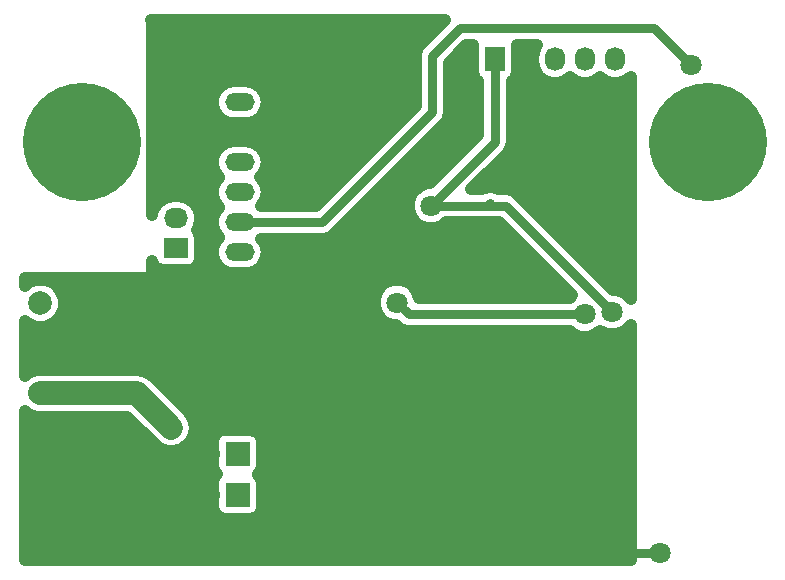
<source format=gbr>
G04 #@! TF.FileFunction,Copper,L2,Bot,Signal*
%FSLAX46Y46*%
G04 Gerber Fmt 4.6, Leading zero omitted, Abs format (unit mm)*
G04 Created by KiCad (PCBNEW 4.0.6) date Saturday, 10 September 2022 'PMt' 16:36:59*
%MOMM*%
%LPD*%
G01*
G04 APERTURE LIST*
%ADD10C,0.100000*%
%ADD11R,2.032000X1.727200*%
%ADD12O,2.032000X1.727200*%
%ADD13R,2.032000X2.032000*%
%ADD14O,2.032000X2.032000*%
%ADD15R,1.727200X2.032000*%
%ADD16O,1.727200X2.032000*%
%ADD17O,2.500000X1.524000*%
%ADD18C,10.000000*%
%ADD19C,1.998980*%
%ADD20C,1.800000*%
%ADD21C,0.800000*%
%ADD22C,2.000000*%
%ADD23C,1.000000*%
G04 APERTURE END LIST*
D10*
D11*
X14100000Y27700000D03*
D12*
X14100000Y30240000D03*
X14100000Y32780000D03*
D13*
X19300000Y10300000D03*
D14*
X16760000Y10300000D03*
D13*
X19300000Y6800000D03*
D14*
X16760000Y6800000D03*
D15*
X41100000Y43700000D03*
D16*
X43640000Y43700000D03*
X46180000Y43700000D03*
X48720000Y43700000D03*
X51260000Y43700000D03*
D17*
X19480000Y34970000D03*
X19480000Y37510000D03*
X19480000Y40050000D03*
X19480000Y32430000D03*
X19480000Y29890000D03*
X19480000Y27350000D03*
D18*
X6100000Y36700000D03*
X59100000Y36700000D03*
D19*
X2600000Y15400000D03*
X2600000Y23020000D03*
D20*
X55100000Y1900000D03*
X16800000Y20900000D03*
X57700000Y43200000D03*
X51000000Y22300000D03*
X35700000Y31300000D03*
X13700000Y12500000D03*
X32800000Y23100000D03*
X48700000Y22100000D03*
D21*
X53500000Y1900000D02*
X20200000Y1900000D01*
X20200000Y1900000D02*
X16760000Y5340000D01*
X16760000Y5340000D02*
X16760000Y6800000D01*
X55100000Y1900000D02*
X53500000Y1900000D01*
X16800000Y20900000D02*
X16760000Y20900000D01*
X16760000Y20900000D02*
X16800000Y20900000D01*
X16800000Y20900000D02*
X16760000Y20900000D01*
X16760000Y10300000D02*
X16760000Y20900000D01*
X16760000Y20900000D02*
X16760000Y23060000D01*
X16420000Y32780000D02*
X17200000Y32000000D01*
X17200000Y32000000D02*
X17200000Y23600000D01*
X17200000Y23600000D02*
X17200000Y23500000D01*
X16420000Y32780000D02*
X14100000Y32780000D01*
X16760000Y23060000D02*
X17200000Y23500000D01*
X19480000Y29890000D02*
X26490000Y29890000D01*
X26490000Y29890000D02*
X35800000Y39200000D01*
X35800000Y39200000D02*
X35800000Y44000000D01*
X35800000Y44000000D02*
X38100000Y46300000D01*
X38100000Y46300000D02*
X54600000Y46300000D01*
X54600000Y46300000D02*
X57700000Y43200000D01*
X59100000Y32100000D02*
X59100000Y36700000D01*
X42000000Y31300000D02*
X40500000Y31300000D01*
X51000000Y22300000D02*
X42000000Y31300000D01*
X35700000Y31300000D02*
X40500000Y31300000D01*
X40500000Y31300000D02*
X40700000Y31500000D01*
X41100000Y36700000D02*
X41100000Y43700000D01*
X35700000Y31300000D02*
X41100000Y36700000D01*
D22*
X10800000Y15400000D02*
X13700000Y12500000D01*
X2600000Y15400000D02*
X10800000Y15400000D01*
D21*
X32800000Y23100000D02*
X33800000Y22100000D01*
X48700000Y22100000D02*
X33800000Y22100000D01*
X47000000Y22100000D02*
X48700000Y22100000D01*
D23*
G36*
X34810051Y44989949D02*
X34506569Y44535757D01*
X34400000Y44000000D01*
X34400000Y39779899D01*
X25910102Y31290000D01*
X21328777Y31290000D01*
X21639956Y31755712D01*
X21774080Y32430000D01*
X21639956Y33104288D01*
X21258002Y33675922D01*
X21221967Y33700000D01*
X21258002Y33724078D01*
X21639956Y34295712D01*
X21774080Y34970000D01*
X21639956Y35644288D01*
X21258002Y36215922D01*
X20686368Y36597876D01*
X20012080Y36732000D01*
X18947920Y36732000D01*
X18273632Y36597876D01*
X17701998Y36215922D01*
X17320044Y35644288D01*
X17185920Y34970000D01*
X17320044Y34295712D01*
X17701998Y33724078D01*
X17738033Y33700000D01*
X17701998Y33675922D01*
X17320044Y33104288D01*
X17185920Y32430000D01*
X17320044Y31755712D01*
X17701998Y31184078D01*
X17738033Y31160000D01*
X17701998Y31135922D01*
X17320044Y30564288D01*
X17185920Y29890000D01*
X17320044Y29215712D01*
X17701998Y28644078D01*
X17738033Y28620000D01*
X17701998Y28595922D01*
X17320044Y28024288D01*
X17185920Y27350000D01*
X17320044Y26675712D01*
X17701998Y26104078D01*
X18273632Y25722124D01*
X18947920Y25588000D01*
X20012080Y25588000D01*
X20686368Y25722124D01*
X21258002Y26104078D01*
X21639956Y26675712D01*
X21774080Y27350000D01*
X21639956Y28024288D01*
X21328777Y28490000D01*
X26490000Y28490000D01*
X27025757Y28596569D01*
X27479949Y28900051D01*
X36789949Y38210050D01*
X37093431Y38664243D01*
X37121246Y38804078D01*
X37200000Y39200000D01*
X37200000Y43420102D01*
X38679899Y44900000D01*
X39254070Y44900000D01*
X39216809Y44716000D01*
X39216809Y42684000D01*
X39286538Y42313422D01*
X39505549Y41973069D01*
X39700000Y41840206D01*
X39700000Y37279899D01*
X35620172Y33200070D01*
X35323725Y33200329D01*
X34625143Y32911681D01*
X34090198Y32377669D01*
X33800331Y31679591D01*
X33799671Y30923725D01*
X34088319Y30225143D01*
X34622331Y29690198D01*
X35320409Y29400331D01*
X36076275Y29399671D01*
X36774857Y29688319D01*
X36986908Y29900000D01*
X41420102Y29900000D01*
X47616774Y23703327D01*
X47413092Y23500000D01*
X34690526Y23500000D01*
X34411681Y24174857D01*
X33877669Y24709802D01*
X33179591Y24999669D01*
X32423725Y25000329D01*
X31725143Y24711681D01*
X31190198Y24177669D01*
X30900331Y23479591D01*
X30899671Y22723725D01*
X31188319Y22025143D01*
X31722331Y21490198D01*
X32420409Y21200331D01*
X32720032Y21200069D01*
X32810051Y21110050D01*
X33264244Y20806568D01*
X33800000Y20700000D01*
X47412895Y20700000D01*
X47622331Y20490198D01*
X48320409Y20200331D01*
X49076275Y20199671D01*
X49774857Y20488319D01*
X49961003Y20674140D01*
X50620409Y20400331D01*
X51376275Y20399671D01*
X52074857Y20688319D01*
X52600000Y21212546D01*
X52600000Y1275000D01*
X1275000Y1275000D01*
X1275000Y13897139D01*
X1465901Y13705904D01*
X1832451Y13553699D01*
X1834633Y13552241D01*
X1837184Y13551734D01*
X2200532Y13400858D01*
X2597427Y13400512D01*
X2600000Y13400000D01*
X9971572Y13400000D01*
X12285786Y11085787D01*
X12934633Y10652241D01*
X13700000Y10500000D01*
X14465366Y10652241D01*
X15114213Y11085787D01*
X15268036Y11316000D01*
X17264409Y11316000D01*
X17264409Y9284000D01*
X17334138Y8913422D01*
X17553149Y8573069D01*
X17582571Y8552966D01*
X17573069Y8546851D01*
X17344738Y8212678D01*
X17264409Y7816000D01*
X17264409Y5784000D01*
X17334138Y5413422D01*
X17553149Y5073069D01*
X17887322Y4844738D01*
X18284000Y4764409D01*
X20316000Y4764409D01*
X20686578Y4834138D01*
X21026931Y5053149D01*
X21255262Y5387322D01*
X21335591Y5784000D01*
X21335591Y7816000D01*
X21265862Y8186578D01*
X21046851Y8526931D01*
X21017429Y8547034D01*
X21026931Y8553149D01*
X21255262Y8887322D01*
X21335591Y9284000D01*
X21335591Y11316000D01*
X21265862Y11686578D01*
X21046851Y12026931D01*
X20712678Y12255262D01*
X20316000Y12335591D01*
X18284000Y12335591D01*
X17913422Y12265862D01*
X17573069Y12046851D01*
X17344738Y11712678D01*
X17264409Y11316000D01*
X15268036Y11316000D01*
X15547759Y11734634D01*
X15700000Y12500000D01*
X15547759Y13265367D01*
X15114213Y13914214D01*
X12214214Y16814214D01*
X11565367Y17247759D01*
X10800000Y17400001D01*
X10799995Y17400000D01*
X2600000Y17400000D01*
X2597450Y17399493D01*
X2204022Y17399836D01*
X1837207Y17248271D01*
X1834633Y17247759D01*
X1832470Y17246314D01*
X1468860Y17096073D01*
X1275000Y16902551D01*
X1275000Y21517139D01*
X1465901Y21325904D01*
X2200532Y21020858D01*
X2995978Y21020164D01*
X3731140Y21323927D01*
X4294096Y21885901D01*
X4599142Y22620532D01*
X4599836Y23415978D01*
X4296073Y24151140D01*
X3734099Y24714096D01*
X2999468Y25019142D01*
X2204022Y25019836D01*
X1468860Y24716073D01*
X1275000Y24522551D01*
X1275000Y25200000D01*
X11600000Y25200000D01*
X11781729Y25234195D01*
X11948635Y25341596D01*
X12060607Y25505472D01*
X12100000Y25700000D01*
X12100000Y26647250D01*
X12134138Y26465822D01*
X12353149Y26125469D01*
X12687322Y25897138D01*
X13084000Y25816809D01*
X15116000Y25816809D01*
X15486578Y25886538D01*
X15826931Y26105549D01*
X16055262Y26439722D01*
X16135591Y26836400D01*
X16135591Y28563600D01*
X16065862Y28934178D01*
X15846851Y29274531D01*
X15845619Y29275373D01*
X16013638Y29526831D01*
X16155496Y30240000D01*
X16013638Y30953169D01*
X15609660Y31557764D01*
X15005065Y31961742D01*
X14291896Y32103600D01*
X13908104Y32103600D01*
X13194935Y31961742D01*
X12590340Y31557764D01*
X12186362Y30953169D01*
X12100000Y30518997D01*
X12100000Y36697629D01*
X12101039Y37888238D01*
X12100000Y37890753D01*
X12100000Y40050000D01*
X17185920Y40050000D01*
X17320044Y39375712D01*
X17701998Y38804078D01*
X18273632Y38422124D01*
X18947920Y38288000D01*
X20012080Y38288000D01*
X20686368Y38422124D01*
X21258002Y38804078D01*
X21639956Y39375712D01*
X21774080Y40050000D01*
X21639956Y40724288D01*
X21258002Y41295922D01*
X20686368Y41677876D01*
X20012080Y41812000D01*
X18947920Y41812000D01*
X18273632Y41677876D01*
X17701998Y41295922D01*
X17320044Y40724288D01*
X17185920Y40050000D01*
X12100000Y40050000D01*
X12100000Y46700000D01*
X12065805Y46881729D01*
X11973613Y47025000D01*
X36845101Y47025000D01*
X34810051Y44989949D01*
X34810051Y44989949D01*
G37*
X34810051Y44989949D02*
X34506569Y44535757D01*
X34400000Y44000000D01*
X34400000Y39779899D01*
X25910102Y31290000D01*
X21328777Y31290000D01*
X21639956Y31755712D01*
X21774080Y32430000D01*
X21639956Y33104288D01*
X21258002Y33675922D01*
X21221967Y33700000D01*
X21258002Y33724078D01*
X21639956Y34295712D01*
X21774080Y34970000D01*
X21639956Y35644288D01*
X21258002Y36215922D01*
X20686368Y36597876D01*
X20012080Y36732000D01*
X18947920Y36732000D01*
X18273632Y36597876D01*
X17701998Y36215922D01*
X17320044Y35644288D01*
X17185920Y34970000D01*
X17320044Y34295712D01*
X17701998Y33724078D01*
X17738033Y33700000D01*
X17701998Y33675922D01*
X17320044Y33104288D01*
X17185920Y32430000D01*
X17320044Y31755712D01*
X17701998Y31184078D01*
X17738033Y31160000D01*
X17701998Y31135922D01*
X17320044Y30564288D01*
X17185920Y29890000D01*
X17320044Y29215712D01*
X17701998Y28644078D01*
X17738033Y28620000D01*
X17701998Y28595922D01*
X17320044Y28024288D01*
X17185920Y27350000D01*
X17320044Y26675712D01*
X17701998Y26104078D01*
X18273632Y25722124D01*
X18947920Y25588000D01*
X20012080Y25588000D01*
X20686368Y25722124D01*
X21258002Y26104078D01*
X21639956Y26675712D01*
X21774080Y27350000D01*
X21639956Y28024288D01*
X21328777Y28490000D01*
X26490000Y28490000D01*
X27025757Y28596569D01*
X27479949Y28900051D01*
X36789949Y38210050D01*
X37093431Y38664243D01*
X37121246Y38804078D01*
X37200000Y39200000D01*
X37200000Y43420102D01*
X38679899Y44900000D01*
X39254070Y44900000D01*
X39216809Y44716000D01*
X39216809Y42684000D01*
X39286538Y42313422D01*
X39505549Y41973069D01*
X39700000Y41840206D01*
X39700000Y37279899D01*
X35620172Y33200070D01*
X35323725Y33200329D01*
X34625143Y32911681D01*
X34090198Y32377669D01*
X33800331Y31679591D01*
X33799671Y30923725D01*
X34088319Y30225143D01*
X34622331Y29690198D01*
X35320409Y29400331D01*
X36076275Y29399671D01*
X36774857Y29688319D01*
X36986908Y29900000D01*
X41420102Y29900000D01*
X47616774Y23703327D01*
X47413092Y23500000D01*
X34690526Y23500000D01*
X34411681Y24174857D01*
X33877669Y24709802D01*
X33179591Y24999669D01*
X32423725Y25000329D01*
X31725143Y24711681D01*
X31190198Y24177669D01*
X30900331Y23479591D01*
X30899671Y22723725D01*
X31188319Y22025143D01*
X31722331Y21490198D01*
X32420409Y21200331D01*
X32720032Y21200069D01*
X32810051Y21110050D01*
X33264244Y20806568D01*
X33800000Y20700000D01*
X47412895Y20700000D01*
X47622331Y20490198D01*
X48320409Y20200331D01*
X49076275Y20199671D01*
X49774857Y20488319D01*
X49961003Y20674140D01*
X50620409Y20400331D01*
X51376275Y20399671D01*
X52074857Y20688319D01*
X52600000Y21212546D01*
X52600000Y1275000D01*
X1275000Y1275000D01*
X1275000Y13897139D01*
X1465901Y13705904D01*
X1832451Y13553699D01*
X1834633Y13552241D01*
X1837184Y13551734D01*
X2200532Y13400858D01*
X2597427Y13400512D01*
X2600000Y13400000D01*
X9971572Y13400000D01*
X12285786Y11085787D01*
X12934633Y10652241D01*
X13700000Y10500000D01*
X14465366Y10652241D01*
X15114213Y11085787D01*
X15268036Y11316000D01*
X17264409Y11316000D01*
X17264409Y9284000D01*
X17334138Y8913422D01*
X17553149Y8573069D01*
X17582571Y8552966D01*
X17573069Y8546851D01*
X17344738Y8212678D01*
X17264409Y7816000D01*
X17264409Y5784000D01*
X17334138Y5413422D01*
X17553149Y5073069D01*
X17887322Y4844738D01*
X18284000Y4764409D01*
X20316000Y4764409D01*
X20686578Y4834138D01*
X21026931Y5053149D01*
X21255262Y5387322D01*
X21335591Y5784000D01*
X21335591Y7816000D01*
X21265862Y8186578D01*
X21046851Y8526931D01*
X21017429Y8547034D01*
X21026931Y8553149D01*
X21255262Y8887322D01*
X21335591Y9284000D01*
X21335591Y11316000D01*
X21265862Y11686578D01*
X21046851Y12026931D01*
X20712678Y12255262D01*
X20316000Y12335591D01*
X18284000Y12335591D01*
X17913422Y12265862D01*
X17573069Y12046851D01*
X17344738Y11712678D01*
X17264409Y11316000D01*
X15268036Y11316000D01*
X15547759Y11734634D01*
X15700000Y12500000D01*
X15547759Y13265367D01*
X15114213Y13914214D01*
X12214214Y16814214D01*
X11565367Y17247759D01*
X10800000Y17400001D01*
X10799995Y17400000D01*
X2600000Y17400000D01*
X2597450Y17399493D01*
X2204022Y17399836D01*
X1837207Y17248271D01*
X1834633Y17247759D01*
X1832470Y17246314D01*
X1468860Y17096073D01*
X1275000Y16902551D01*
X1275000Y21517139D01*
X1465901Y21325904D01*
X2200532Y21020858D01*
X2995978Y21020164D01*
X3731140Y21323927D01*
X4294096Y21885901D01*
X4599142Y22620532D01*
X4599836Y23415978D01*
X4296073Y24151140D01*
X3734099Y24714096D01*
X2999468Y25019142D01*
X2204022Y25019836D01*
X1468860Y24716073D01*
X1275000Y24522551D01*
X1275000Y25200000D01*
X11600000Y25200000D01*
X11781729Y25234195D01*
X11948635Y25341596D01*
X12060607Y25505472D01*
X12100000Y25700000D01*
X12100000Y26647250D01*
X12134138Y26465822D01*
X12353149Y26125469D01*
X12687322Y25897138D01*
X13084000Y25816809D01*
X15116000Y25816809D01*
X15486578Y25886538D01*
X15826931Y26105549D01*
X16055262Y26439722D01*
X16135591Y26836400D01*
X16135591Y28563600D01*
X16065862Y28934178D01*
X15846851Y29274531D01*
X15845619Y29275373D01*
X16013638Y29526831D01*
X16155496Y30240000D01*
X16013638Y30953169D01*
X15609660Y31557764D01*
X15005065Y31961742D01*
X14291896Y32103600D01*
X13908104Y32103600D01*
X13194935Y31961742D01*
X12590340Y31557764D01*
X12186362Y30953169D01*
X12100000Y30518997D01*
X12100000Y36697629D01*
X12101039Y37888238D01*
X12100000Y37890753D01*
X12100000Y40050000D01*
X17185920Y40050000D01*
X17320044Y39375712D01*
X17701998Y38804078D01*
X18273632Y38422124D01*
X18947920Y38288000D01*
X20012080Y38288000D01*
X20686368Y38422124D01*
X21258002Y38804078D01*
X21639956Y39375712D01*
X21774080Y40050000D01*
X21639956Y40724288D01*
X21258002Y41295922D01*
X20686368Y41677876D01*
X20012080Y41812000D01*
X18947920Y41812000D01*
X18273632Y41677876D01*
X17701998Y41295922D01*
X17320044Y40724288D01*
X17185920Y40050000D01*
X12100000Y40050000D01*
X12100000Y46700000D01*
X12065805Y46881729D01*
X11973613Y47025000D01*
X36845101Y47025000D01*
X34810051Y44989949D01*
G36*
X44458258Y44605065D02*
X44316400Y43891896D01*
X44316400Y43508104D01*
X44458258Y42794935D01*
X44862236Y42190340D01*
X45466831Y41786362D01*
X46180000Y41644504D01*
X46893169Y41786362D01*
X47450000Y42158425D01*
X48006831Y41786362D01*
X48720000Y41644504D01*
X49433169Y41786362D01*
X49990000Y42158425D01*
X50546831Y41786362D01*
X51260000Y41644504D01*
X51973169Y41786362D01*
X52577764Y42190340D01*
X52600000Y42223618D01*
X52600000Y23386558D01*
X52077669Y23909802D01*
X51379591Y24199669D01*
X51079968Y24199931D01*
X42989949Y32289949D01*
X42780348Y32430000D01*
X42535757Y32593431D01*
X42000000Y32700000D01*
X41375587Y32700000D01*
X41235757Y32793431D01*
X40700000Y32900000D01*
X40164244Y32793431D01*
X40024414Y32700000D01*
X39079898Y32700000D01*
X42089949Y35710050D01*
X42393431Y36164243D01*
X42403711Y36215922D01*
X42500000Y36700000D01*
X42500000Y41840841D01*
X42674531Y41953149D01*
X42902862Y42287322D01*
X42983191Y42684000D01*
X42983191Y44716000D01*
X42948569Y44900000D01*
X44655328Y44900000D01*
X44458258Y44605065D01*
X44458258Y44605065D01*
G37*
X44458258Y44605065D02*
X44316400Y43891896D01*
X44316400Y43508104D01*
X44458258Y42794935D01*
X44862236Y42190340D01*
X45466831Y41786362D01*
X46180000Y41644504D01*
X46893169Y41786362D01*
X47450000Y42158425D01*
X48006831Y41786362D01*
X48720000Y41644504D01*
X49433169Y41786362D01*
X49990000Y42158425D01*
X50546831Y41786362D01*
X51260000Y41644504D01*
X51973169Y41786362D01*
X52577764Y42190340D01*
X52600000Y42223618D01*
X52600000Y23386558D01*
X52077669Y23909802D01*
X51379591Y24199669D01*
X51079968Y24199931D01*
X42989949Y32289949D01*
X42780348Y32430000D01*
X42535757Y32593431D01*
X42000000Y32700000D01*
X41375587Y32700000D01*
X41235757Y32793431D01*
X40700000Y32900000D01*
X40164244Y32793431D01*
X40024414Y32700000D01*
X39079898Y32700000D01*
X42089949Y35710050D01*
X42393431Y36164243D01*
X42403711Y36215922D01*
X42500000Y36700000D01*
X42500000Y41840841D01*
X42674531Y41953149D01*
X42902862Y42287322D01*
X42983191Y42684000D01*
X42983191Y44716000D01*
X42948569Y44900000D01*
X44655328Y44900000D01*
X44458258Y44605065D01*
M02*

</source>
